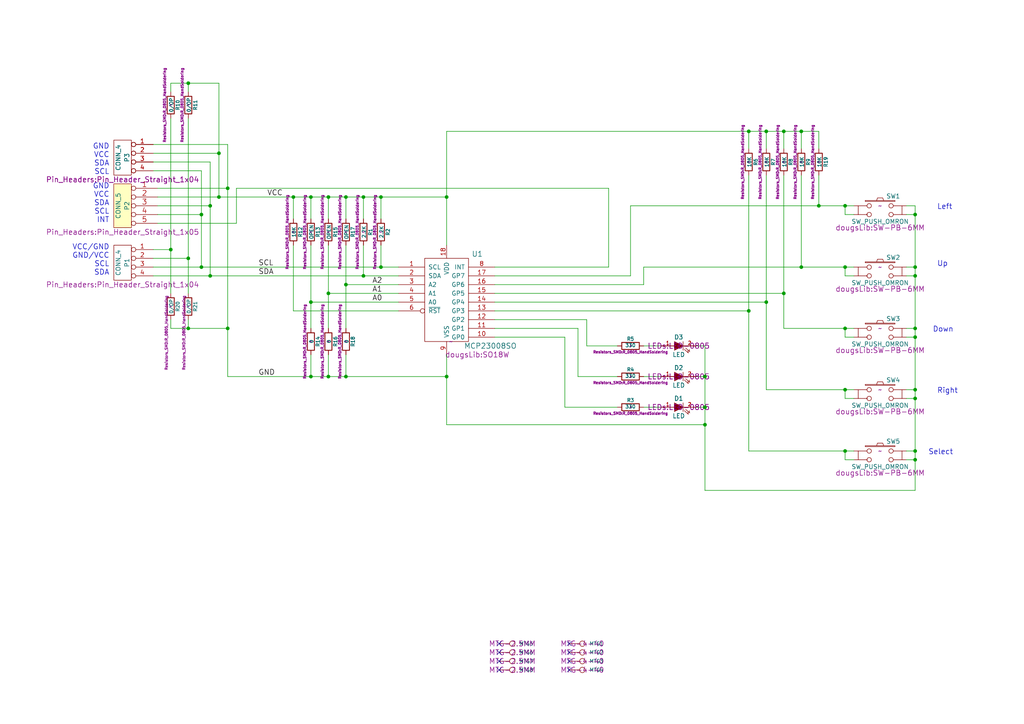
<source format=kicad_sch>
(kicad_sch (version 20211123) (generator eeschema)
  (paper "A4")
  (title_block (date "27 mar 2015"))
  (lib_symbols
    (symbol "MyMenu-rescue:CONN_1" (pin_numbers hide) (pin_names (offset 0.762) hide)
      (property "Reference" "P" (at 2.032 0 0))
      (symbol "CONN_1_0_1"
        (polyline (pts (xy -0.762 0) (xy -1.27 0)))
        (circle (center 0 0) (radius 0.7874))
      )
      (symbol "CONN_1_1_1"
        (pin passive line (at -3.81 0 0) (length 2.54) (name "1") (number "1"))
      )
    )
    (symbol "MyMenu-rescue:CONN_4" (pin_names (offset 1.016) hide)
      (property "Reference" "P" (at -1.27 0 90))
      (property "Value" "CONN_4" (at 1.27 0 90))
      (symbol "CONN_4_0_1"
        (rectangle (start -2.54 5.08) (end 2.54 -5.08))
      )
      (symbol "CONN_4_1_1"
        (pin passive inverted (at -8.89 3.81 0) (length 6.35) (name "P1") (number "1"))
        (pin passive inverted (at -8.89 1.27 0) (length 6.35) (name "P2") (number "2"))
        (pin passive inverted (at -8.89 -1.27 0) (length 6.35) (name "P3") (number "3"))
        (pin passive inverted (at -8.89 -3.81 0) (length 6.35) (name "P4") (number "4"))
      )
    )
    (symbol "MyMenu-rescue:CONN_5" (pin_names (offset 1.016))
      (property "Reference" "P" (at -1.27 0 90))
      (property "Value" "CONN_5" (at 1.27 0 90))
      (symbol "CONN_5_0_1"
        (rectangle (start -2.54 6.35) (end 2.54 -6.35) (fill (type background)))
      )
      (symbol "CONN_5_1_1"
        (pin passive inverted (at -10.16 5.08 0) (length 7.62) (name "~") (number "1"))
        (pin passive inverted (at -10.16 2.54 0) (length 7.62) (name "~") (number "2"))
        (pin passive inverted (at -10.16 0 0) (length 7.62) (name "~") (number "3"))
        (pin passive inverted (at -10.16 -2.54 0) (length 7.62) (name "~") (number "4"))
        (pin passive inverted (at -10.16 -5.08 0) (length 7.62) (name "~") (number "5"))
      )
    )
    (symbol "MyMenu-rescue:LED" (pin_names (offset 1.016) hide)
      (property "Reference" "D" (at 0 2.54 0))
      (property "Value" "LED" (at 0 -2.54 0))
      (symbol "LED_0_1"
        (polyline (pts (xy 1.27 1.27) (xy 1.27 -1.27)))
        (polyline (pts (xy -1.27 1.27) (xy 1.27 0) (xy -1.27 -1.27)) (fill (type outline)))
        (polyline (pts (xy 1.651 -1.016) (xy 2.794 -2.032) (xy 2.667 -1.397)))
        (polyline (pts (xy 2.032 -0.635) (xy 3.175 -1.651) (xy 3.048 -1.016)))
      )
      (symbol "LED_1_1"
        (pin passive line (at -5.08 0 0) (length 3.81) (name "A") (number "1"))
        (pin passive line (at 5.08 0 180) (length 3.81) (name "K") (number "2"))
      )
    )
    (symbol "MyMenu-rescue:MCP23008P" (pin_names (offset 1.016))
      (property "Reference" "U" (at 7.62 25.4 0))
      (property "Value" "MCP23008P" (at 11.43 -1.27 0))
      (symbol "MCP23008P_0_1"
        (rectangle (start -7.62 0) (end 5.08 24.13))
      )
      (symbol "MCP23008P_1_1"
        (pin input line (at -15.24 21.59 0) (length 7.62) (name "SCL") (number "1"))
        (pin output line (at 12.7 1.27 180) (length 7.62) (name "GP0") (number "10"))
        (pin output line (at 12.7 3.81 180) (length 7.62) (name "GP1") (number "11"))
        (pin output line (at 12.7 6.35 180) (length 7.62) (name "GP2") (number "12"))
        (pin output line (at 12.7 8.89 180) (length 7.62) (name "GP3") (number "13"))
        (pin output line (at 12.7 11.43 180) (length 7.62) (name "GP4") (number "14"))
        (pin output line (at 12.7 13.97 180) (length 7.62) (name "GP5") (number "15"))
        (pin output line (at 12.7 16.51 180) (length 7.62) (name "GP6") (number "16"))
        (pin bidirectional line (at 12.7 19.05 180) (length 7.62) (name "GP7") (number "17"))
        (pin power_in line (at -1.27 27.94 270) (length 3.81) (name "VDD") (number "18"))
        (pin input line (at -15.24 19.05 0) (length 7.62) (name "SDA") (number "2"))
        (pin input line (at -15.24 16.51 0) (length 7.62) (name "A2") (number "3"))
        (pin input line (at -15.24 13.97 0) (length 7.62) (name "A1") (number "4"))
        (pin input line (at -15.24 11.43 0) (length 7.62) (name "A0") (number "5"))
        (pin input inverted (at -15.24 8.89 0) (length 7.62) (name "~{RST}") (number "6"))
        (pin output line (at 12.7 21.59 180) (length 7.62) (name "INT") (number "8"))
        (pin power_in line (at -1.27 -3.81 90) (length 3.81) (name "VSS") (number "9"))
      )
    )
    (symbol "MyMenu-rescue:R" (pin_numbers hide) (pin_names (offset 0))
      (property "Reference" "R" (at 2.032 0 90))
      (property "Value" "R" (at 0 0 90))
      (symbol "R_0_1"
        (rectangle (start -1.016 -2.54) (end 1.016 2.54) (stroke (width 0.254)))
      )
      (symbol "R_1_1"
        (pin passive line (at 0 3.81 270) (length 1.27) (name "~") (number "1"))
        (pin passive line (at 0 -3.81 90) (length 1.27) (name "~") (number "2"))
      )
    )
    (symbol "MyMenu-rescue:SW_PUSH_OMRON" (pin_numbers hide) (pin_names (offset 1.016) hide)
      (property "Reference" "SW" (at 3.81 2.794 0))
      (property "Value" "SW_PUSH_OMRON" (at 0 -4.572 0))
      (symbol "SW_PUSH_OMRON_0_1"
        (rectangle (start -4.318 1.27) (end 4.318 1.524))
        (circle (center -3.81 -2.54) (radius 0.0001))
        (polyline (pts (xy -6.35 0) (xy -6.35 -2.54)))
        (polyline (pts (xy 6.35 0) (xy 6.35 -2.54)))
        (polyline (pts (xy -1.016 1.524) (xy -0.762 2.286) (xy 0.762 2.286) (xy 1.016 1.524)))
        (pin passive inverted (at -7.62 0 0) (length 5.08) (name "1") (number "1"))
        (pin passive inverted (at 7.62 0 180) (length 5.08) (name "3") (number "3"))
      )
      (symbol "SW_PUSH_OMRON_1_1"
        (pin passive inverted (at -7.62 -2.54 0) (length 5.08) (name "2") (number "2"))
        (pin passive inverted (at 7.62 -2.54 180) (length 5.08) (name "4") (number "4"))
      )
    )
  )
  (junction (at 222.25 87.63))
  (junction (at 265.43 133.35))
  (junction (at 95.25 57.15))
  (junction (at 90.17 87.63))
  (junction (at 265.43 80.01))
  (junction (at 85.09 57.15))
  (junction (at 95.25 85.09))
  (junction (at 265.43 115.57))
  (junction (at 63.5 57.15))
  (junction (at 100.33 82.55))
  (junction (at 95.25 109.22))
  (junction (at 245.11 77.47))
  (junction (at 105.41 80.01))
  (junction (at 110.49 77.47))
  (junction (at 100.33 109.22))
  (junction (at 265.43 95.25))
  (junction (at 227.33 38.1))
  (junction (at 90.17 109.22))
  (junction (at 265.43 113.03))
  (junction (at 129.54 109.22))
  (junction (at 232.41 38.1))
  (junction (at 110.49 57.15))
  (junction (at 217.17 38.1))
  (junction (at 204.47 118.11))
  (junction (at 217.17 90.17))
  (junction (at 232.41 77.47))
  (junction (at 54.61 74.93))
  (junction (at 245.11 130.81))
  (junction (at 54.61 24.13))
  (junction (at 227.33 85.09))
  (junction (at 66.04 95.25))
  (junction (at 245.11 59.69))
  (junction (at 265.43 62.23))
  (junction (at 58.42 77.47))
  (junction (at 265.43 97.79))
  (junction (at 265.43 77.47))
  (junction (at 245.11 95.25))
  (junction (at 58.42 62.23))
  (junction (at 60.96 59.69))
  (junction (at 60.96 80.01))
  (junction (at 245.11 113.03))
  (junction (at 222.25 38.1))
  (junction (at 63.5 44.45))
  (junction (at 100.33 57.15))
  (junction (at 237.49 59.69))
  (junction (at 49.53 72.39))
  (junction (at 90.17 57.15))
  (junction (at 66.04 54.61))
  (junction (at 54.61 95.25))
  (junction (at 204.47 123.19))
  (junction (at 129.54 57.15))
  (junction (at 105.41 57.15))
  (junction (at 265.43 130.81))
  (junction (at 204.47 109.22))
  (no_connect (at 165.1 189.23))
  (no_connect (at 144.78 194.31))
  (no_connect (at 144.78 191.77))
  (no_connect (at 165.1 186.69))
  (no_connect (at 165.1 191.77))
  (no_connect (at 144.78 189.23))
  (no_connect (at 144.78 186.69))
  (no_connect (at 165.1 194.31))
  (wire (pts (xy 217.17 50.8) (xy 217.17 90.17)))
  (wire (pts (xy 60.96 59.69) (xy 60.96 80.01)))
  (wire (pts (xy 90.17 87.63) (xy 90.17 95.25)))
  (wire (pts (xy 247.65 115.57) (xy 245.11 115.57)))
  (wire (pts (xy 245.11 62.23) (xy 245.11 59.69)))
  (wire (pts (xy 49.53 92.71) (xy 49.53 95.25)))
  (wire (pts (xy 90.17 57.15) (xy 90.17 63.5)))
  (wire (pts (xy 49.53 24.13) (xy 49.53 26.67)))
  (wire (pts (xy 45.72 59.69) (xy 60.96 59.69)))
  (wire (pts (xy 110.49 57.15) (xy 110.49 63.5)))
  (wire (pts (xy 95.25 57.15) (xy 95.25 63.5)))
  (wire (pts (xy 265.43 95.25) (xy 265.43 97.79)))
  (wire (pts (xy 110.49 77.47) (xy 110.49 71.12)))
  (wire (pts (xy 182.88 59.69) (xy 237.49 59.69)))
  (wire (pts (xy 204.47 118.11) (xy 204.47 109.22)))
  (wire (pts (xy 105.41 57.15) (xy 110.49 57.15)))
  (wire (pts (xy 204.47 109.22) (xy 204.47 100.33)))
  (wire (pts (xy 232.41 50.8) (xy 232.41 77.47)))
  (wire (pts (xy 44.45 44.45) (xy 63.5 44.45)))
  (wire (pts (xy 237.49 59.69) (xy 245.11 59.69)))
  (wire (pts (xy 245.11 95.25) (xy 247.65 95.25)))
  (wire (pts (xy 217.17 38.1) (xy 222.25 38.1)))
  (wire (pts (xy 247.65 97.79) (xy 245.11 97.79)))
  (wire (pts (xy 262.89 80.01) (xy 265.43 80.01)))
  (wire (pts (xy 245.11 77.47) (xy 247.65 77.47)))
  (wire (pts (xy 163.83 97.79) (xy 163.83 118.11)))
  (wire (pts (xy 66.04 95.25) (xy 66.04 109.22)))
  (wire (pts (xy 54.61 24.13) (xy 63.5 24.13)))
  (wire (pts (xy 247.65 133.35) (xy 245.11 133.35)))
  (wire (pts (xy 265.43 130.81) (xy 265.43 133.35)))
  (wire (pts (xy 66.04 109.22) (xy 90.17 109.22)))
  (wire (pts (xy 95.25 85.09) (xy 95.25 95.25)))
  (wire (pts (xy 143.51 77.47) (xy 176.53 77.47)))
  (wire (pts (xy 265.43 80.01) (xy 265.43 95.25)))
  (wire (pts (xy 265.43 62.23) (xy 265.43 77.47)))
  (wire (pts (xy 237.49 50.8) (xy 237.49 59.69)))
  (wire (pts (xy 222.25 87.63) (xy 222.25 113.03)))
  (wire (pts (xy 204.47 123.19) (xy 204.47 118.11)))
  (wire (pts (xy 110.49 57.15) (xy 129.54 57.15)))
  (wire (pts (xy 201.93 109.22) (xy 204.47 109.22)))
  (wire (pts (xy 232.41 43.18) (xy 232.41 38.1)))
  (wire (pts (xy 100.33 82.55) (xy 100.33 95.25)))
  (wire (pts (xy 129.54 123.19) (xy 129.54 109.22)))
  (wire (pts (xy 100.33 82.55) (xy 115.57 82.55)))
  (wire (pts (xy 44.45 49.53) (xy 58.42 49.53)))
  (wire (pts (xy 167.64 109.22) (xy 167.64 95.25)))
  (wire (pts (xy 66.04 54.61) (xy 66.04 95.25)))
  (wire (pts (xy 54.61 95.25) (xy 66.04 95.25)))
  (wire (pts (xy 68.58 64.77) (xy 68.58 54.61)))
  (wire (pts (xy 265.43 115.57) (xy 265.43 130.81)))
  (wire (pts (xy 45.72 64.77) (xy 68.58 64.77)))
  (wire (pts (xy 245.11 97.79) (xy 245.11 95.25)))
  (wire (pts (xy 143.51 92.71) (xy 170.18 92.71)))
  (wire (pts (xy 115.57 85.09) (xy 95.25 85.09)))
  (wire (pts (xy 232.41 77.47) (xy 245.11 77.47)))
  (wire (pts (xy 66.04 41.91) (xy 66.04 54.61)))
  (wire (pts (xy 100.33 109.22) (xy 129.54 109.22)))
  (wire (pts (xy 49.53 72.39) (xy 49.53 85.09)))
  (wire (pts (xy 129.54 109.22) (xy 129.54 102.87)))
  (wire (pts (xy 245.11 115.57) (xy 245.11 113.03)))
  (wire (pts (xy 105.41 80.01) (xy 105.41 71.12)))
  (wire (pts (xy 262.89 115.57) (xy 265.43 115.57)))
  (wire (pts (xy 95.25 102.87) (xy 95.25 109.22)))
  (wire (pts (xy 227.33 50.8) (xy 227.33 85.09)))
  (wire (pts (xy 58.42 62.23) (xy 58.42 77.47)))
  (wire (pts (xy 100.33 57.15) (xy 105.41 57.15)))
  (wire (pts (xy 54.61 26.67) (xy 54.61 24.13)))
  (wire (pts (xy 245.11 80.01) (xy 245.11 77.47)))
  (wire (pts (xy 100.33 57.15) (xy 100.33 63.5)))
  (wire (pts (xy 227.33 43.18) (xy 227.33 38.1)))
  (wire (pts (xy 54.61 92.71) (xy 54.61 95.25)))
  (wire (pts (xy 60.96 46.99) (xy 60.96 59.69)))
  (wire (pts (xy 90.17 109.22) (xy 95.25 109.22)))
  (wire (pts (xy 129.54 38.1) (xy 217.17 38.1)))
  (wire (pts (xy 54.61 74.93) (xy 54.61 85.09)))
  (wire (pts (xy 232.41 38.1) (xy 237.49 38.1)))
  (wire (pts (xy 58.42 77.47) (xy 110.49 77.47)))
  (wire (pts (xy 44.45 74.93) (xy 54.61 74.93)))
  (wire (pts (xy 49.53 95.25) (xy 54.61 95.25)))
  (wire (pts (xy 176.53 77.47) (xy 176.53 54.61)))
  (wire (pts (xy 90.17 87.63) (xy 115.57 87.63)))
  (wire (pts (xy 262.89 59.69) (xy 265.43 59.69)))
  (wire (pts (xy 227.33 95.25) (xy 245.11 95.25)))
  (wire (pts (xy 115.57 90.17) (xy 85.09 90.17)))
  (wire (pts (xy 63.5 44.45) (xy 63.5 57.15)))
  (wire (pts (xy 49.53 34.29) (xy 49.53 72.39)))
  (wire (pts (xy 163.83 118.11) (xy 179.07 118.11)))
  (wire (pts (xy 217.17 90.17) (xy 217.17 130.81)))
  (wire (pts (xy 227.33 38.1) (xy 232.41 38.1)))
  (wire (pts (xy 217.17 130.81) (xy 245.11 130.81)))
  (wire (pts (xy 90.17 102.87) (xy 90.17 109.22)))
  (wire (pts (xy 45.72 54.61) (xy 66.04 54.61)))
  (wire (pts (xy 100.33 109.22) (xy 100.33 102.87)))
  (wire (pts (xy 143.51 82.55) (xy 186.69 82.55)))
  (wire (pts (xy 44.45 46.99) (xy 60.96 46.99)))
  (wire (pts (xy 63.5 24.13) (xy 63.5 44.45)))
  (wire (pts (xy 247.65 62.23) (xy 245.11 62.23)))
  (wire (pts (xy 262.89 95.25) (xy 265.43 95.25)))
  (wire (pts (xy 44.45 77.47) (xy 58.42 77.47)))
  (wire (pts (xy 143.51 80.01) (xy 182.88 80.01)))
  (wire (pts (xy 60.96 80.01) (xy 105.41 80.01)))
  (wire (pts (xy 262.89 130.81) (xy 265.43 130.81)))
  (wire (pts (xy 237.49 38.1) (xy 237.49 43.18)))
  (wire (pts (xy 186.69 82.55) (xy 186.69 77.47)))
  (wire (pts (xy 170.18 92.71) (xy 170.18 100.33)))
  (wire (pts (xy 265.43 97.79) (xy 265.43 113.03)))
  (wire (pts (xy 222.25 50.8) (xy 222.25 87.63)))
  (wire (pts (xy 201.93 100.33) (xy 204.47 100.33)))
  (wire (pts (xy 95.25 57.15) (xy 100.33 57.15)))
  (wire (pts (xy 176.53 54.61) (xy 68.58 54.61)))
  (wire (pts (xy 44.45 72.39) (xy 49.53 72.39)))
  (wire (pts (xy 45.72 57.15) (xy 63.5 57.15)))
  (wire (pts (xy 58.42 49.53) (xy 58.42 62.23)))
  (wire (pts (xy 227.33 85.09) (xy 227.33 95.25)))
  (wire (pts (xy 265.43 77.47) (xy 265.43 80.01)))
  (wire (pts (xy 245.11 130.81) (xy 247.65 130.81)))
  (wire (pts (xy 179.07 109.22) (xy 167.64 109.22)))
  (wire (pts (xy 63.5 57.15) (xy 85.09 57.15)))
  (wire (pts (xy 186.69 77.47) (xy 232.41 77.47)))
  (wire (pts (xy 186.69 118.11) (xy 191.77 118.11)))
  (wire (pts (xy 265.43 142.24) (xy 204.47 142.24)))
  (wire (pts (xy 105.41 57.15) (xy 105.41 63.5)))
  (wire (pts (xy 66.04 41.91) (xy 44.45 41.91)))
  (wire (pts (xy 262.89 97.79) (xy 265.43 97.79)))
  (wire (pts (xy 105.41 80.01) (xy 115.57 80.01)))
  (wire (pts (xy 265.43 59.69) (xy 265.43 62.23)))
  (wire (pts (xy 85.09 57.15) (xy 85.09 63.5)))
  (wire (pts (xy 129.54 38.1) (xy 129.54 57.15)))
  (wire (pts (xy 54.61 34.29) (xy 54.61 74.93)))
  (wire (pts (xy 262.89 62.23) (xy 265.43 62.23)))
  (wire (pts (xy 245.11 133.35) (xy 245.11 130.81)))
  (wire (pts (xy 129.54 57.15) (xy 129.54 71.12)))
  (wire (pts (xy 49.53 24.13) (xy 54.61 24.13)))
  (wire (pts (xy 222.25 43.18) (xy 222.25 38.1)))
  (wire (pts (xy 262.89 113.03) (xy 265.43 113.03)))
  (wire (pts (xy 182.88 80.01) (xy 182.88 59.69)))
  (wire (pts (xy 90.17 71.12) (xy 90.17 87.63)))
  (wire (pts (xy 95.25 71.12) (xy 95.25 85.09)))
  (wire (pts (xy 95.25 109.22) (xy 100.33 109.22)))
  (wire (pts (xy 170.18 100.33) (xy 179.07 100.33)))
  (wire (pts (xy 222.25 38.1) (xy 227.33 38.1)))
  (wire (pts (xy 262.89 133.35) (xy 265.43 133.35)))
  (wire (pts (xy 100.33 71.12) (xy 100.33 82.55)))
  (wire (pts (xy 44.45 80.01) (xy 60.96 80.01)))
  (wire (pts (xy 217.17 38.1) (xy 217.17 43.18)))
  (wire (pts (xy 85.09 90.17) (xy 85.09 71.12)))
  (wire (pts (xy 143.51 90.17) (xy 217.17 90.17)))
  (wire (pts (xy 186.69 100.33) (xy 191.77 100.33)))
  (wire (pts (xy 143.51 85.09) (xy 227.33 85.09)))
  (wire (pts (xy 143.51 87.63) (xy 222.25 87.63)))
  (wire (pts (xy 204.47 142.24) (xy 204.47 123.19)))
  (wire (pts (xy 110.49 77.47) (xy 115.57 77.47)))
  (wire (pts (xy 90.17 57.15) (xy 95.25 57.15)))
  (wire (pts (xy 262.89 77.47) (xy 265.43 77.47)))
  (wire (pts (xy 204.47 123.19) (xy 129.54 123.19)))
  (wire (pts (xy 186.69 109.22) (xy 191.77 109.22)))
  (wire (pts (xy 167.64 95.25) (xy 143.51 95.25)))
  (wire (pts (xy 265.43 133.35) (xy 265.43 142.24)))
  (wire (pts (xy 247.65 80.01) (xy 245.11 80.01)))
  (wire (pts (xy 201.93 118.11) (xy 204.47 118.11)))
  (wire (pts (xy 265.43 113.03) (xy 265.43 115.57)))
  (wire (pts (xy 245.11 59.69) (xy 247.65 59.69)))
  (wire (pts (xy 85.09 57.15) (xy 90.17 57.15)))
  (wire (pts (xy 143.51 97.79) (xy 163.83 97.79)))
  (wire (pts (xy 58.42 62.23) (xy 45.72 62.23)))
  (wire (pts (xy 222.25 113.03) (xy 245.11 113.03)))
  (wire (pts (xy 245.11 113.03) (xy 247.65 113.03)))
  (text "GND\nVCC\nSDA\nSCL" (at 31.75 50.8 180) (effects (font (size 1.524 1.524)) (justify right bottom)))
  (text "Up" (at 271.78 77.47 0) (effects (font (size 1.524 1.524)) (justify left bottom)))
  (text "Left" (at 271.78 60.96 0) (effects (font (size 1.524 1.524)) (justify left bottom)))
  (text "GND\nVCC\nSDA\nSCL\nINT" (at 31.75 64.77 180) (effects (font (size 1.524 1.524)) (justify right bottom)))
  (text "Select" (at 269.24 132.08 0) (effects (font (size 1.524 1.524)) (justify left bottom)))
  (text "Right" (at 271.78 114.3 0) (effects (font (size 1.524 1.524)) (justify left bottom)))
  (text "VCC/GND\nGND/VCC\nSCL\nSDA" (at 31.75 80.01 180) (effects (font (size 1.524 1.524)) (justify right bottom)))
  (text "Down" (at 270.51 96.52 0) (effects (font (size 1.524 1.524)) (justify left bottom)))
  (label "VCC" (at 77.47 57.15 0) (effects (font (size 1.524 1.524))))
  (label "A2" (at 107.95 82.55 0) (effects (font (size 1.524 1.524))))
  (label "SDA" (at 74.93 80.01 0) (effects (font (size 1.524 1.524))))
  (label "A1" (at 107.95 85.09 0) (effects (font (size 1.524 1.524))))
  (label "A0" (at 107.95 87.63 0) (effects (font (size 1.524 1.524))))
  (label "GND" (at 74.93 109.22 0) (effects (font (size 1.524 1.524))))
  (label "SCL" (at 74.93 77.47 0) (effects (font (size 1.524 1.524))))
  (symbol (lib_id "MyMenu-rescue:CONN_1") (at 168.91 186.69 0) (unit 1)
    (property "Reference" "MTG1" (at 170.942 186.69 0) (effects (font (size 1.016 1.016)) (justify left)))
    (property "Value" "CONN_1" (effects hide))
    (property "Footprint" "MTG-4-40" (at 168.91 186.69 0) (effects (font (size 1.524 1.524))))
  )
  (symbol (lib_id "MyMenu-rescue:CONN_1") (at 168.91 189.23 0) (unit 1)
    (property "Reference" "MTG2" (at 170.942 189.23 0) (effects (font (size 1.016 1.016)) (justify left)))
    (property "Value" "CONN_1" (effects hide))
    (property "Footprint" "MTG-4-40" (at 168.91 189.23 0) (effects (font (size 1.524 1.524))))
  )
  (symbol (lib_id "MyMenu-rescue:CONN_1") (at 168.91 191.77 0) (unit 1)
    (property "Reference" "MTG3" (at 170.942 191.77 0) (effects (font (size 1.016 1.016)) (justify left)))
    (property "Value" "CONN_1" (effects hide))
    (property "Footprint" "MTG-4-40" (at 168.91 191.77 0) (effects (font (size 1.524 1.524))))
  )
  (symbol (lib_id "MyMenu-rescue:CONN_1") (at 168.91 194.31 0) (unit 1)
    (property "Reference" "MTG4" (at 170.942 194.31 0) (effects (font (size 1.016 1.016)) (justify left)))
    (property "Value" "CONN_1" (effects hide))
    (property "Footprint" "MTG-4-40" (at 168.91 194.31 0) (effects (font (size 1.524 1.524))))
  )
  (symbol (lib_id "MyMenu-rescue:SW_PUSH_OMRON") (at 255.27 59.69 0) (unit 1)
    (property "Reference" "SW1" (at 259.08 56.896 0))
    (property "Value" "SW_PUSH_OMRON" (at 255.27 64.262 0))
    (property "Footprint" "dougsLib:SW-PB-6MM" (at 255.27 66.04 0) (effects (font (size 1.524 1.524))))
    (property "Datasheet" "~" (at 255.27 59.69 0) (effects (font (size 1.524 1.524))))
  )
  (symbol (lib_id "MyMenu-rescue:SW_PUSH_OMRON") (at 255.27 77.47 0) (unit 1)
    (property "Reference" "SW2" (at 259.08 74.676 0))
    (property "Value" "SW_PUSH_OMRON" (at 255.27 82.042 0))
    (property "Footprint" "dougsLib:SW-PB-6MM" (at 255.27 83.82 0) (effects (font (size 1.524 1.524))))
    (property "Datasheet" "~" (at 255.27 77.47 0) (effects (font (size 1.524 1.524))))
  )
  (symbol (lib_id "MyMenu-rescue:SW_PUSH_OMRON") (at 255.27 95.25 0) (unit 1)
    (property "Reference" "SW3" (at 259.08 92.456 0))
    (property "Value" "SW_PUSH_OMRON" (at 255.27 99.822 0))
    (property "Footprint" "dougsLib:SW-PB-6MM" (at 255.27 101.6 0) (effects (font (size 1.524 1.524))))
    (property "Datasheet" "~" (at 255.27 95.25 0) (effects (font (size 1.524 1.524))))
  )
  (symbol (lib_id "MyMenu-rescue:SW_PUSH_OMRON") (at 255.27 113.03 0) (unit 1)
    (property "Reference" "SW4" (at 259.08 110.236 0))
    (property "Value" "SW_PUSH_OMRON" (at 255.27 117.602 0))
    (property "Footprint" "dougsLib:SW-PB-6MM" (at 255.27 119.38 0) (effects (font (size 1.524 1.524))))
    (property "Datasheet" "~" (at 255.27 113.03 0) (effects (font (size 1.524 1.524))))
  )
  (symbol (lib_id "MyMenu-rescue:SW_PUSH_OMRON") (at 255.27 130.81 0) (unit 1)
    (property "Reference" "SW5" (at 259.08 128.016 0))
    (property "Value" "SW_PUSH_OMRON" (at 255.27 135.382 0))
    (property "Footprint" "dougsLib:SW-PB-6MM" (at 255.27 137.16 0) (effects (font (size 1.524 1.524))))
    (property "Datasheet" "~" (at 255.27 130.81 0) (effects (font (size 1.524 1.524))))
  )
  (symbol (lib_id "MyMenu-rescue:MCP23008P") (at 130.81 99.06 0) (unit 1)
    (property "Reference" "U1" (at 138.43 73.66 0) (effects (font (size 1.524 1.524))))
    (property "Value" "MCP23008SO" (at 142.24 100.33 0) (effects (font (size 1.524 1.524))))
    (property "Footprint" "dougsLib:SO18W" (at 138.43 102.87 0) (effects (font (size 1.524 1.524))))
    (property "Datasheet" "~" (at 130.81 99.06 0) (effects (font (size 1.524 1.524))))
  )
  (symbol (lib_id "MyMenu-rescue:R") (at 237.49 46.99 0) (unit 1)
    (property "Reference" "R19" (at 239.522 46.99 90) (effects (font (size 1.016 1.016))))
    (property "Value" "10K" (at 237.6678 46.9646 90) (effects (font (size 1.016 1.016))))
    (property "Footprint" "Resistors_SMD:R_0805_HandSoldering" (at 235.712 46.99 90) (effects (font (size 0.762 0.762))))
    (property "Datasheet" "~" (at 237.49 46.99 0) (effects (font (size 0.762 0.762))))
  )
  (symbol (lib_id "MyMenu-rescue:R") (at 232.41 46.99 0) (unit 1)
    (property "Reference" "R9" (at 234.442 46.99 90) (effects (font (size 1.016 1.016))))
    (property "Value" "10K" (at 232.5878 46.9646 90) (effects (font (size 1.016 1.016))))
    (property "Footprint" "Resistors_SMD:R_0805_HandSoldering" (at 230.632 46.99 90) (effects (font (size 0.762 0.762))))
    (property "Datasheet" "~" (at 232.41 46.99 0) (effects (font (size 0.762 0.762))))
  )
  (symbol (lib_id "MyMenu-rescue:R") (at 227.33 46.99 0) (unit 1)
    (property "Reference" "R8" (at 229.362 46.99 90) (effects (font (size 1.016 1.016))))
    (property "Value" "10K" (at 227.5078 46.9646 90) (effects (font (size 1.016 1.016))))
    (property "Footprint" "Resistors_SMD:R_0805_HandSoldering" (at 225.552 46.99 90) (effects (font (size 0.762 0.762))))
    (property "Datasheet" "~" (at 227.33 46.99 0) (effects (font (size 0.762 0.762))))
  )
  (symbol (lib_id "MyMenu-rescue:R") (at 222.25 46.99 0) (unit 1)
    (property "Reference" "R7" (at 224.282 46.99 90) (effects (font (size 1.016 1.016))))
    (property "Value" "10K" (at 222.4278 46.9646 90) (effects (font (size 1.016 1.016))))
    (property "Footprint" "Resistors_SMD:R_0805_HandSoldering" (at 220.472 46.99 90) (effects (font (size 0.762 0.762))))
    (property "Datasheet" "~" (at 222.25 46.99 0) (effects (font (size 0.762 0.762))))
  )
  (symbol (lib_id "MyMenu-rescue:R") (at 217.17 46.99 0) (unit 1)
    (property "Reference" "R6" (at 219.202 46.99 90) (effects (font (size 1.016 1.016))))
    (property "Value" "10K" (at 217.3478 46.9646 90) (effects (font (size 1.016 1.016))))
    (property "Footprint" "Resistors_SMD:R_0805_HandSoldering" (at 215.392 46.99 90) (effects (font (size 0.762 0.762))))
    (property "Datasheet" "~" (at 217.17 46.99 0) (effects (font (size 0.762 0.762))))
  )
  (symbol (lib_id "MyMenu-rescue:LED") (at 196.85 100.33 0) (unit 1)
    (property "Reference" "D3" (at 196.85 97.79 0))
    (property "Value" "LED" (at 196.85 102.87 0))
    (property "Footprint" "LEDs:LED-0805" (at 196.85 100.33 0) (effects (font (size 1.524 1.524))))
    (property "Datasheet" "~" (at 196.85 100.33 0) (effects (font (size 1.524 1.524))))
  )
  (symbol (lib_id "MyMenu-rescue:LED") (at 196.85 109.22 0) (unit 1)
    (property "Reference" "D2" (at 196.85 106.68 0))
    (property "Value" "LED" (at 196.85 111.76 0))
    (property "Footprint" "LEDs:LED-0805" (at 196.85 109.22 0) (effects (font (size 1.524 1.524))))
    (property "Datasheet" "~" (at 196.85 109.22 0) (effects (font (size 1.524 1.524))))
  )
  (symbol (lib_id "MyMenu-rescue:LED") (at 196.85 118.11 0) (unit 1)
    (property "Reference" "D1" (at 196.85 115.57 0))
    (property "Value" "LED" (at 196.85 120.65 0))
    (property "Footprint" "LEDs:LED-0805" (at 196.85 118.11 0) (effects (font (size 1.524 1.524))))
    (property "Datasheet" "~" (at 196.85 118.11 0) (effects (font (size 1.524 1.524))))
  )
  (symbol (lib_id "MyMenu-rescue:R") (at 182.88 100.33 90) (unit 1)
    (property "Reference" "R5" (at 182.88 98.298 90) (effects (font (size 1.016 1.016))))
    (property "Value" "330" (at 182.8546 100.1522 90) (effects (font (size 1.016 1.016))))
    (property "Footprint" "Resistors_SMD:R_0805_HandSoldering" (at 182.88 102.108 90) (effects (font (size 0.762 0.762))))
    (property "Datasheet" "~" (at 182.88 100.33 0) (effects (font (size 0.762 0.762))))
  )
  (symbol (lib_id "MyMenu-rescue:R") (at 182.88 109.22 90) (unit 1)
    (property "Reference" "R4" (at 182.88 107.188 90) (effects (font (size 1.016 1.016))))
    (property "Value" "330" (at 182.8546 109.0422 90) (effects (font (size 1.016 1.016))))
    (property "Footprint" "Resistors_SMD:R_0805_HandSoldering" (at 182.88 110.998 90) (effects (font (size 0.762 0.762))))
    (property "Datasheet" "~" (at 182.88 109.22 0) (effects (font (size 0.762 0.762))))
  )
  (symbol (lib_id "MyMenu-rescue:R") (at 182.88 118.11 90) (unit 1)
    (property "Reference" "R3" (at 182.88 116.078 90) (effects (font (size 1.016 1.016))))
    (property "Value" "330" (at 182.8546 117.9322 90) (effects (font (size 1.016 1.016))))
    (property "Footprint" "Resistors_SMD:R_0805_HandSoldering" (at 182.88 119.888 90) (effects (font (size 0.762 0.762))))
    (property "Datasheet" "~" (at 182.88 118.11 0) (effects (font (size 0.762 0.762))))
  )
  (symbol (lib_id "MyMenu-rescue:R") (at 110.49 67.31 0) (unit 1)
    (property "Reference" "R2" (at 112.522 67.31 90) (effects (font (size 1.016 1.016))))
    (property "Value" "2.2K" (at 110.6678 67.2846 90) (effects (font (size 1.016 1.016))))
    (property "Footprint" "Resistors_SMD:R_0805_HandSoldering" (at 108.712 67.31 90) (effects (font (size 0.762 0.762))))
    (property "Datasheet" "~" (at 110.49 67.31 0) (effects (font (size 0.762 0.762))))
  )
  (symbol (lib_id "MyMenu-rescue:R") (at 105.41 67.31 0) (unit 1)
    (property "Reference" "R1" (at 107.442 67.31 90) (effects (font (size 1.016 1.016))))
    (property "Value" "2.2K" (at 105.5878 67.2846 90) (effects (font (size 1.016 1.016))))
    (property "Footprint" "Resistors_SMD:R_0805_HandSoldering" (at 103.632 67.31 90) (effects (font (size 0.762 0.762))))
    (property "Datasheet" "~" (at 105.41 67.31 0) (effects (font (size 0.762 0.762))))
  )
  (symbol (lib_id "MyMenu-rescue:R") (at 100.33 67.31 0) (unit 1)
    (property "Reference" "R17" (at 102.362 67.31 90) (effects (font (size 1.016 1.016))))
    (property "Value" "OPEN" (at 100.5078 67.2846 90) (effects (font (size 1.016 1.016))))
    (property "Footprint" "Resistors_SMD:R_0805_HandSoldering" (at 98.552 67.31 90) (effects (font (size 0.762 0.762))))
    (property "Datasheet" "~" (at 100.33 67.31 0) (effects (font (size 0.762 0.762))))
  )
  (symbol (lib_id "MyMenu-rescue:R") (at 95.25 67.31 0) (unit 1)
    (property "Reference" "R15" (at 97.282 67.31 90) (effects (font (size 1.016 1.016))))
    (property "Value" "OPEN" (at 95.4278 67.2846 90) (effects (font (size 1.016 1.016))))
    (property "Footprint" "Resistors_SMD:R_0805_HandSoldering" (at 93.472 67.31 90) (effects (font (size 0.762 0.762))))
    (property "Datasheet" "~" (at 95.25 67.31 0) (effects (font (size 0.762 0.762))))
  )
  (symbol (lib_id "MyMenu-rescue:R") (at 90.17 67.31 0) (unit 1)
    (property "Reference" "R13" (at 92.202 67.31 90) (effects (font (size 1.016 1.016))))
    (property "Value" "OPEN" (at 90.3478 67.2846 90) (effects (font (size 1.016 1.016))))
    (property "Footprint" "Resistors_SMD:R_0805_HandSoldering" (at 88.392 67.31 90) (effects (font (size 0.762 0.762))))
    (property "Datasheet" "~" (at 90.17 67.31 0) (effects (font (size 0.762 0.762))))
  )
  (symbol (lib_id "MyMenu-rescue:R") (at 85.09 67.31 0) (unit 1)
    (property "Reference" "R12" (at 87.122 67.31 90) (effects (font (size 1.016 1.016))))
    (property "Value" "10K" (at 85.2678 67.2846 90) (effects (font (size 1.016 1.016))))
    (property "Footprint" "Resistors_SMD:R_0805_HandSoldering" (at 83.312 67.31 90) (effects (font (size 0.762 0.762))))
    (property "Datasheet" "~" (at 85.09 67.31 0) (effects (font (size 0.762 0.762))))
  )
  (symbol (lib_id "MyMenu-rescue:CONN_4") (at 35.56 76.2 0) (mirror y) (unit 1)
    (property "Reference" "P1" (at 36.83 76.2 90))
    (property "Value" "CONN_4" (at 34.29 76.2 90))
    (property "Footprint" "Pin_Headers:Pin_Header_Straight_1x04" (at 35.56 82.55 0) (effects (font (size 1.524 1.524))))
  )
  (symbol (lib_id "MyMenu-rescue:R") (at 100.33 99.06 0) (unit 1)
    (property "Reference" "R18" (at 102.362 99.06 90) (effects (font (size 1.016 1.016))))
    (property "Value" "0" (at 100.5078 99.0346 90) (effects (font (size 1.016 1.016))))
    (property "Footprint" "Resistors_SMD:R_0805_HandSoldering" (at 98.552 99.06 90) (effects (font (size 0.762 0.762))))
    (property "Datasheet" "~" (at 100.33 99.06 0) (effects (font (size 0.762 0.762))))
  )
  (symbol (lib_id "MyMenu-rescue:R") (at 95.25 99.06 0) (unit 1)
    (property "Reference" "R16" (at 97.282 99.06 90) (effects (font (size 1.016 1.016))))
    (property "Value" "0" (at 95.4278 99.0346 90) (effects (font (size 1.016 1.016))))
    (property "Footprint" "Resistors_SMD:R_0805_HandSoldering" (at 93.472 99.06 90) (effects (font (size 0.762 0.762))))
    (property "Datasheet" "~" (at 95.25 99.06 0) (effects (font (size 0.762 0.762))))
  )
  (symbol (lib_id "MyMenu-rescue:R") (at 90.17 99.06 0) (unit 1)
    (property "Reference" "R14" (at 92.202 99.06 90) (effects (font (size 1.016 1.016))))
    (property "Value" "0" (at 90.3478 99.0346 90) (effects (font (size 1.016 1.016))))
    (property "Footprint" "Resistors_SMD:R_0805_HandSoldering" (at 88.392 99.06 90) (effects (font (size 0.762 0.762))))
    (property "Datasheet" "~" (at 90.17 99.06 0) (effects (font (size 0.762 0.762))))
  )
  (symbol (lib_id "MyMenu-rescue:CONN_1") (at 148.59 186.69 0) (unit 1)
    (property "Reference" "MTG5" (at 150.622 186.69 0) (effects (font (size 1.016 1.016)) (justify left)))
    (property "Value" "CONN_1" (effects hide))
    (property "Footprint" "MTG-2.5MM" (at 148.59 186.69 0) (effects (font (size 1.524 1.524))))
  )
  (symbol (lib_id "MyMenu-rescue:CONN_1") (at 148.59 189.23 0) (unit 1)
    (property "Reference" "MTG6" (at 150.622 189.23 0) (effects (font (size 1.016 1.016)) (justify left)))
    (property "Value" "CONN_1" (effects hide))
    (property "Footprint" "MTG-2.5MM" (at 148.59 189.23 0) (effects (font (size 1.524 1.524))))
  )
  (symbol (lib_id "MyMenu-rescue:CONN_1") (at 148.59 191.77 0) (unit 1)
    (property "Reference" "MTG7" (at 150.622 191.77 0) (effects (font (size 1.016 1.016)) (justify left)))
    (property "Value" "CONN_1" (effects hide))
    (property "Footprint" "MTG-2.5MM" (at 148.59 191.77 0) (effects (font (size 1.524 1.524))))
  )
  (symbol (lib_id "MyMenu-rescue:CONN_1") (at 148.59 194.31 0) (unit 1)
    (property "Reference" "MTG8" (at 150.622 194.31 0) (effects (font (size 1.016 1.016)) (justify left)))
    (property "Value" "CONN_1" (effects hide))
    (property "Footprint" "MTG-2.5MM" (at 148.59 194.31 0) (effects (font (size 1.524 1.524))))
  )
  (symbol (lib_id "MyMenu-rescue:CONN_5") (at 35.56 59.69 0) (mirror y) (unit 1)
    (property "Reference" "P2" (at 36.83 59.69 90))
    (property "Value" "CONN_5" (at 34.29 59.69 90))
    (property "Footprint" "Pin_Headers:Pin_Header_Straight_1x05" (at 35.56 67.31 0) (effects (font (size 1.524 1.524))))
  )
  (symbol (lib_id "MyMenu-rescue:R") (at 54.61 30.48 0) (unit 1)
    (property "Reference" "R11" (at 56.642 30.48 90) (effects (font (size 1.016 1.016))))
    (property "Value" "0/OP" (at 54.7878 30.4546 90) (effects (font (size 1.016 1.016))))
    (property "Footprint" "Resistors_SMD:R_0805_HandSoldering" (at 52.832 30.48 90) (effects (font (size 0.762 0.762))))
    (property "Datasheet" "~" (at 54.61 30.48 0) (effects (font (size 0.762 0.762))))
  )
  (symbol (lib_id "MyMenu-rescue:R") (at 49.53 30.48 0) (unit 1)
    (property "Reference" "R10" (at 51.562 30.48 90) (effects (font (size 1.016 1.016))))
    (property "Value" "0/OP" (at 49.7078 30.4546 90) (effects (font (size 1.016 1.016))))
    (property "Footprint" "Resistors_SMD:R_0805_HandSoldering" (at 47.752 30.48 90) (effects (font (size 0.762 0.762))))
    (property "Datasheet" "~" (at 49.53 30.48 0) (effects (font (size 0.762 0.762))))
  )
  (symbol (lib_id "MyMenu-rescue:R") (at 54.61 88.9 0) (unit 1)
    (property "Reference" "R21" (at 56.642 88.9 90) (effects (font (size 1.016 1.016))))
    (property "Value" "0/OP" (at 54.7878 88.8746 90) (effects (font (size 1.016 1.016))))
    (property "Footprint" "Resistors_SMD:R_0805_HandSoldering" (at 53.34 96.52 90) (effects (font (size 0.762 0.762))))
    (property "Datasheet" "~" (at 54.61 88.9 0) (effects (font (size 0.762 0.762))))
  )
  (symbol (lib_id "MyMenu-rescue:R") (at 49.53 88.9 0) (unit 1)
    (property "Reference" "R20" (at 51.562 88.9 90) (effects (font (size 1.016 1.016))))
    (property "Value" "0/OP" (at 49.7078 88.8746 90) (effects (font (size 1.016 1.016))))
    (property "Footprint" "Resistors_SMD:R_0805_HandSoldering" (at 48.26 96.52 90) (effects (font (size 0.762 0.762))))
    (property "Datasheet" "~" (at 49.53 88.9 0) (effects (font (size 0.762 0.762))))
  )
  (symbol (lib_id "MyMenu-rescue:CONN_4") (at 35.56 45.72 0) (mirror y) (unit 1)
    (property "Reference" "P3" (at 36.83 45.72 90))
    (property "Value" "CONN_4" (at 34.29 45.72 90))
    (property "Footprint" "Pin_Headers:Pin_Header_Straight_1x04" (at 35.56 52.07 0) (effects (font (size 1.524 1.524))))
  )
)
</source>
